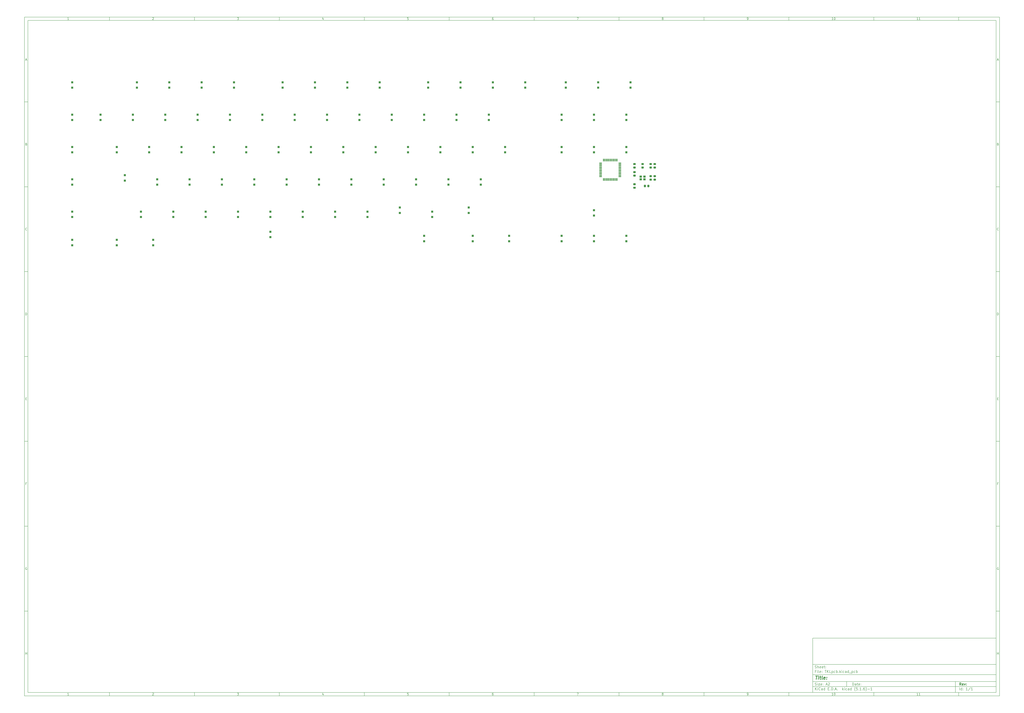
<source format=gbr>
%TF.GenerationSoftware,KiCad,Pcbnew,(5.1.6)-1*%
%TF.CreationDate,2020-07-25T19:19:23-04:00*%
%TF.ProjectId,TKLpcb,544b4c70-6362-42e6-9b69-6361645f7063,rev?*%
%TF.SameCoordinates,Original*%
%TF.FileFunction,Paste,Bot*%
%TF.FilePolarity,Positive*%
%FSLAX46Y46*%
G04 Gerber Fmt 4.6, Leading zero omitted, Abs format (unit mm)*
G04 Created by KiCad (PCBNEW (5.1.6)-1) date 2020-07-25 19:19:23*
%MOMM*%
%LPD*%
G01*
G04 APERTURE LIST*
%ADD10C,0.100000*%
%ADD11C,0.150000*%
%ADD12C,0.300000*%
%ADD13C,0.400000*%
%ADD14R,1.400000X1.200000*%
%ADD15R,0.550000X1.500000*%
%ADD16R,1.500000X0.550000*%
%ADD17R,1.200000X1.200000*%
G04 APERTURE END LIST*
D10*
D11*
X474004400Y-375989000D02*
X474004400Y-407989000D01*
X582004400Y-407989000D01*
X582004400Y-375989000D01*
X474004400Y-375989000D01*
D10*
D11*
X10000000Y-10000000D02*
X10000000Y-409989000D01*
X584004400Y-409989000D01*
X584004400Y-10000000D01*
X10000000Y-10000000D01*
D10*
D11*
X12000000Y-12000000D02*
X12000000Y-407989000D01*
X582004400Y-407989000D01*
X582004400Y-12000000D01*
X12000000Y-12000000D01*
D10*
D11*
X60000000Y-12000000D02*
X60000000Y-10000000D01*
D10*
D11*
X110000000Y-12000000D02*
X110000000Y-10000000D01*
D10*
D11*
X160000000Y-12000000D02*
X160000000Y-10000000D01*
D10*
D11*
X210000000Y-12000000D02*
X210000000Y-10000000D01*
D10*
D11*
X260000000Y-12000000D02*
X260000000Y-10000000D01*
D10*
D11*
X310000000Y-12000000D02*
X310000000Y-10000000D01*
D10*
D11*
X360000000Y-12000000D02*
X360000000Y-10000000D01*
D10*
D11*
X410000000Y-12000000D02*
X410000000Y-10000000D01*
D10*
D11*
X460000000Y-12000000D02*
X460000000Y-10000000D01*
D10*
D11*
X510000000Y-12000000D02*
X510000000Y-10000000D01*
D10*
D11*
X560000000Y-12000000D02*
X560000000Y-10000000D01*
D10*
D11*
X36065476Y-11588095D02*
X35322619Y-11588095D01*
X35694047Y-11588095D02*
X35694047Y-10288095D01*
X35570238Y-10473809D01*
X35446428Y-10597619D01*
X35322619Y-10659523D01*
D10*
D11*
X85322619Y-10411904D02*
X85384523Y-10350000D01*
X85508333Y-10288095D01*
X85817857Y-10288095D01*
X85941666Y-10350000D01*
X86003571Y-10411904D01*
X86065476Y-10535714D01*
X86065476Y-10659523D01*
X86003571Y-10845238D01*
X85260714Y-11588095D01*
X86065476Y-11588095D01*
D10*
D11*
X135260714Y-10288095D02*
X136065476Y-10288095D01*
X135632142Y-10783333D01*
X135817857Y-10783333D01*
X135941666Y-10845238D01*
X136003571Y-10907142D01*
X136065476Y-11030952D01*
X136065476Y-11340476D01*
X136003571Y-11464285D01*
X135941666Y-11526190D01*
X135817857Y-11588095D01*
X135446428Y-11588095D01*
X135322619Y-11526190D01*
X135260714Y-11464285D01*
D10*
D11*
X185941666Y-10721428D02*
X185941666Y-11588095D01*
X185632142Y-10226190D02*
X185322619Y-11154761D01*
X186127380Y-11154761D01*
D10*
D11*
X236003571Y-10288095D02*
X235384523Y-10288095D01*
X235322619Y-10907142D01*
X235384523Y-10845238D01*
X235508333Y-10783333D01*
X235817857Y-10783333D01*
X235941666Y-10845238D01*
X236003571Y-10907142D01*
X236065476Y-11030952D01*
X236065476Y-11340476D01*
X236003571Y-11464285D01*
X235941666Y-11526190D01*
X235817857Y-11588095D01*
X235508333Y-11588095D01*
X235384523Y-11526190D01*
X235322619Y-11464285D01*
D10*
D11*
X285941666Y-10288095D02*
X285694047Y-10288095D01*
X285570238Y-10350000D01*
X285508333Y-10411904D01*
X285384523Y-10597619D01*
X285322619Y-10845238D01*
X285322619Y-11340476D01*
X285384523Y-11464285D01*
X285446428Y-11526190D01*
X285570238Y-11588095D01*
X285817857Y-11588095D01*
X285941666Y-11526190D01*
X286003571Y-11464285D01*
X286065476Y-11340476D01*
X286065476Y-11030952D01*
X286003571Y-10907142D01*
X285941666Y-10845238D01*
X285817857Y-10783333D01*
X285570238Y-10783333D01*
X285446428Y-10845238D01*
X285384523Y-10907142D01*
X285322619Y-11030952D01*
D10*
D11*
X335260714Y-10288095D02*
X336127380Y-10288095D01*
X335570238Y-11588095D01*
D10*
D11*
X385570238Y-10845238D02*
X385446428Y-10783333D01*
X385384523Y-10721428D01*
X385322619Y-10597619D01*
X385322619Y-10535714D01*
X385384523Y-10411904D01*
X385446428Y-10350000D01*
X385570238Y-10288095D01*
X385817857Y-10288095D01*
X385941666Y-10350000D01*
X386003571Y-10411904D01*
X386065476Y-10535714D01*
X386065476Y-10597619D01*
X386003571Y-10721428D01*
X385941666Y-10783333D01*
X385817857Y-10845238D01*
X385570238Y-10845238D01*
X385446428Y-10907142D01*
X385384523Y-10969047D01*
X385322619Y-11092857D01*
X385322619Y-11340476D01*
X385384523Y-11464285D01*
X385446428Y-11526190D01*
X385570238Y-11588095D01*
X385817857Y-11588095D01*
X385941666Y-11526190D01*
X386003571Y-11464285D01*
X386065476Y-11340476D01*
X386065476Y-11092857D01*
X386003571Y-10969047D01*
X385941666Y-10907142D01*
X385817857Y-10845238D01*
D10*
D11*
X435446428Y-11588095D02*
X435694047Y-11588095D01*
X435817857Y-11526190D01*
X435879761Y-11464285D01*
X436003571Y-11278571D01*
X436065476Y-11030952D01*
X436065476Y-10535714D01*
X436003571Y-10411904D01*
X435941666Y-10350000D01*
X435817857Y-10288095D01*
X435570238Y-10288095D01*
X435446428Y-10350000D01*
X435384523Y-10411904D01*
X435322619Y-10535714D01*
X435322619Y-10845238D01*
X435384523Y-10969047D01*
X435446428Y-11030952D01*
X435570238Y-11092857D01*
X435817857Y-11092857D01*
X435941666Y-11030952D01*
X436003571Y-10969047D01*
X436065476Y-10845238D01*
D10*
D11*
X486065476Y-11588095D02*
X485322619Y-11588095D01*
X485694047Y-11588095D02*
X485694047Y-10288095D01*
X485570238Y-10473809D01*
X485446428Y-10597619D01*
X485322619Y-10659523D01*
X486870238Y-10288095D02*
X486994047Y-10288095D01*
X487117857Y-10350000D01*
X487179761Y-10411904D01*
X487241666Y-10535714D01*
X487303571Y-10783333D01*
X487303571Y-11092857D01*
X487241666Y-11340476D01*
X487179761Y-11464285D01*
X487117857Y-11526190D01*
X486994047Y-11588095D01*
X486870238Y-11588095D01*
X486746428Y-11526190D01*
X486684523Y-11464285D01*
X486622619Y-11340476D01*
X486560714Y-11092857D01*
X486560714Y-10783333D01*
X486622619Y-10535714D01*
X486684523Y-10411904D01*
X486746428Y-10350000D01*
X486870238Y-10288095D01*
D10*
D11*
X536065476Y-11588095D02*
X535322619Y-11588095D01*
X535694047Y-11588095D02*
X535694047Y-10288095D01*
X535570238Y-10473809D01*
X535446428Y-10597619D01*
X535322619Y-10659523D01*
X537303571Y-11588095D02*
X536560714Y-11588095D01*
X536932142Y-11588095D02*
X536932142Y-10288095D01*
X536808333Y-10473809D01*
X536684523Y-10597619D01*
X536560714Y-10659523D01*
D10*
D11*
X60000000Y-407989000D02*
X60000000Y-409989000D01*
D10*
D11*
X110000000Y-407989000D02*
X110000000Y-409989000D01*
D10*
D11*
X160000000Y-407989000D02*
X160000000Y-409989000D01*
D10*
D11*
X210000000Y-407989000D02*
X210000000Y-409989000D01*
D10*
D11*
X260000000Y-407989000D02*
X260000000Y-409989000D01*
D10*
D11*
X310000000Y-407989000D02*
X310000000Y-409989000D01*
D10*
D11*
X360000000Y-407989000D02*
X360000000Y-409989000D01*
D10*
D11*
X410000000Y-407989000D02*
X410000000Y-409989000D01*
D10*
D11*
X460000000Y-407989000D02*
X460000000Y-409989000D01*
D10*
D11*
X510000000Y-407989000D02*
X510000000Y-409989000D01*
D10*
D11*
X560000000Y-407989000D02*
X560000000Y-409989000D01*
D10*
D11*
X36065476Y-409577095D02*
X35322619Y-409577095D01*
X35694047Y-409577095D02*
X35694047Y-408277095D01*
X35570238Y-408462809D01*
X35446428Y-408586619D01*
X35322619Y-408648523D01*
D10*
D11*
X85322619Y-408400904D02*
X85384523Y-408339000D01*
X85508333Y-408277095D01*
X85817857Y-408277095D01*
X85941666Y-408339000D01*
X86003571Y-408400904D01*
X86065476Y-408524714D01*
X86065476Y-408648523D01*
X86003571Y-408834238D01*
X85260714Y-409577095D01*
X86065476Y-409577095D01*
D10*
D11*
X135260714Y-408277095D02*
X136065476Y-408277095D01*
X135632142Y-408772333D01*
X135817857Y-408772333D01*
X135941666Y-408834238D01*
X136003571Y-408896142D01*
X136065476Y-409019952D01*
X136065476Y-409329476D01*
X136003571Y-409453285D01*
X135941666Y-409515190D01*
X135817857Y-409577095D01*
X135446428Y-409577095D01*
X135322619Y-409515190D01*
X135260714Y-409453285D01*
D10*
D11*
X185941666Y-408710428D02*
X185941666Y-409577095D01*
X185632142Y-408215190D02*
X185322619Y-409143761D01*
X186127380Y-409143761D01*
D10*
D11*
X236003571Y-408277095D02*
X235384523Y-408277095D01*
X235322619Y-408896142D01*
X235384523Y-408834238D01*
X235508333Y-408772333D01*
X235817857Y-408772333D01*
X235941666Y-408834238D01*
X236003571Y-408896142D01*
X236065476Y-409019952D01*
X236065476Y-409329476D01*
X236003571Y-409453285D01*
X235941666Y-409515190D01*
X235817857Y-409577095D01*
X235508333Y-409577095D01*
X235384523Y-409515190D01*
X235322619Y-409453285D01*
D10*
D11*
X285941666Y-408277095D02*
X285694047Y-408277095D01*
X285570238Y-408339000D01*
X285508333Y-408400904D01*
X285384523Y-408586619D01*
X285322619Y-408834238D01*
X285322619Y-409329476D01*
X285384523Y-409453285D01*
X285446428Y-409515190D01*
X285570238Y-409577095D01*
X285817857Y-409577095D01*
X285941666Y-409515190D01*
X286003571Y-409453285D01*
X286065476Y-409329476D01*
X286065476Y-409019952D01*
X286003571Y-408896142D01*
X285941666Y-408834238D01*
X285817857Y-408772333D01*
X285570238Y-408772333D01*
X285446428Y-408834238D01*
X285384523Y-408896142D01*
X285322619Y-409019952D01*
D10*
D11*
X335260714Y-408277095D02*
X336127380Y-408277095D01*
X335570238Y-409577095D01*
D10*
D11*
X385570238Y-408834238D02*
X385446428Y-408772333D01*
X385384523Y-408710428D01*
X385322619Y-408586619D01*
X385322619Y-408524714D01*
X385384523Y-408400904D01*
X385446428Y-408339000D01*
X385570238Y-408277095D01*
X385817857Y-408277095D01*
X385941666Y-408339000D01*
X386003571Y-408400904D01*
X386065476Y-408524714D01*
X386065476Y-408586619D01*
X386003571Y-408710428D01*
X385941666Y-408772333D01*
X385817857Y-408834238D01*
X385570238Y-408834238D01*
X385446428Y-408896142D01*
X385384523Y-408958047D01*
X385322619Y-409081857D01*
X385322619Y-409329476D01*
X385384523Y-409453285D01*
X385446428Y-409515190D01*
X385570238Y-409577095D01*
X385817857Y-409577095D01*
X385941666Y-409515190D01*
X386003571Y-409453285D01*
X386065476Y-409329476D01*
X386065476Y-409081857D01*
X386003571Y-408958047D01*
X385941666Y-408896142D01*
X385817857Y-408834238D01*
D10*
D11*
X435446428Y-409577095D02*
X435694047Y-409577095D01*
X435817857Y-409515190D01*
X435879761Y-409453285D01*
X436003571Y-409267571D01*
X436065476Y-409019952D01*
X436065476Y-408524714D01*
X436003571Y-408400904D01*
X435941666Y-408339000D01*
X435817857Y-408277095D01*
X435570238Y-408277095D01*
X435446428Y-408339000D01*
X435384523Y-408400904D01*
X435322619Y-408524714D01*
X435322619Y-408834238D01*
X435384523Y-408958047D01*
X435446428Y-409019952D01*
X435570238Y-409081857D01*
X435817857Y-409081857D01*
X435941666Y-409019952D01*
X436003571Y-408958047D01*
X436065476Y-408834238D01*
D10*
D11*
X486065476Y-409577095D02*
X485322619Y-409577095D01*
X485694047Y-409577095D02*
X485694047Y-408277095D01*
X485570238Y-408462809D01*
X485446428Y-408586619D01*
X485322619Y-408648523D01*
X486870238Y-408277095D02*
X486994047Y-408277095D01*
X487117857Y-408339000D01*
X487179761Y-408400904D01*
X487241666Y-408524714D01*
X487303571Y-408772333D01*
X487303571Y-409081857D01*
X487241666Y-409329476D01*
X487179761Y-409453285D01*
X487117857Y-409515190D01*
X486994047Y-409577095D01*
X486870238Y-409577095D01*
X486746428Y-409515190D01*
X486684523Y-409453285D01*
X486622619Y-409329476D01*
X486560714Y-409081857D01*
X486560714Y-408772333D01*
X486622619Y-408524714D01*
X486684523Y-408400904D01*
X486746428Y-408339000D01*
X486870238Y-408277095D01*
D10*
D11*
X536065476Y-409577095D02*
X535322619Y-409577095D01*
X535694047Y-409577095D02*
X535694047Y-408277095D01*
X535570238Y-408462809D01*
X535446428Y-408586619D01*
X535322619Y-408648523D01*
X537303571Y-409577095D02*
X536560714Y-409577095D01*
X536932142Y-409577095D02*
X536932142Y-408277095D01*
X536808333Y-408462809D01*
X536684523Y-408586619D01*
X536560714Y-408648523D01*
D10*
D11*
X10000000Y-60000000D02*
X12000000Y-60000000D01*
D10*
D11*
X10000000Y-110000000D02*
X12000000Y-110000000D01*
D10*
D11*
X10000000Y-160000000D02*
X12000000Y-160000000D01*
D10*
D11*
X10000000Y-210000000D02*
X12000000Y-210000000D01*
D10*
D11*
X10000000Y-260000000D02*
X12000000Y-260000000D01*
D10*
D11*
X10000000Y-310000000D02*
X12000000Y-310000000D01*
D10*
D11*
X10000000Y-360000000D02*
X12000000Y-360000000D01*
D10*
D11*
X10690476Y-35216666D02*
X11309523Y-35216666D01*
X10566666Y-35588095D02*
X11000000Y-34288095D01*
X11433333Y-35588095D01*
D10*
D11*
X11092857Y-84907142D02*
X11278571Y-84969047D01*
X11340476Y-85030952D01*
X11402380Y-85154761D01*
X11402380Y-85340476D01*
X11340476Y-85464285D01*
X11278571Y-85526190D01*
X11154761Y-85588095D01*
X10659523Y-85588095D01*
X10659523Y-84288095D01*
X11092857Y-84288095D01*
X11216666Y-84350000D01*
X11278571Y-84411904D01*
X11340476Y-84535714D01*
X11340476Y-84659523D01*
X11278571Y-84783333D01*
X11216666Y-84845238D01*
X11092857Y-84907142D01*
X10659523Y-84907142D01*
D10*
D11*
X11402380Y-135464285D02*
X11340476Y-135526190D01*
X11154761Y-135588095D01*
X11030952Y-135588095D01*
X10845238Y-135526190D01*
X10721428Y-135402380D01*
X10659523Y-135278571D01*
X10597619Y-135030952D01*
X10597619Y-134845238D01*
X10659523Y-134597619D01*
X10721428Y-134473809D01*
X10845238Y-134350000D01*
X11030952Y-134288095D01*
X11154761Y-134288095D01*
X11340476Y-134350000D01*
X11402380Y-134411904D01*
D10*
D11*
X10659523Y-185588095D02*
X10659523Y-184288095D01*
X10969047Y-184288095D01*
X11154761Y-184350000D01*
X11278571Y-184473809D01*
X11340476Y-184597619D01*
X11402380Y-184845238D01*
X11402380Y-185030952D01*
X11340476Y-185278571D01*
X11278571Y-185402380D01*
X11154761Y-185526190D01*
X10969047Y-185588095D01*
X10659523Y-185588095D01*
D10*
D11*
X10721428Y-234907142D02*
X11154761Y-234907142D01*
X11340476Y-235588095D02*
X10721428Y-235588095D01*
X10721428Y-234288095D01*
X11340476Y-234288095D01*
D10*
D11*
X11185714Y-284907142D02*
X10752380Y-284907142D01*
X10752380Y-285588095D02*
X10752380Y-284288095D01*
X11371428Y-284288095D01*
D10*
D11*
X11340476Y-334350000D02*
X11216666Y-334288095D01*
X11030952Y-334288095D01*
X10845238Y-334350000D01*
X10721428Y-334473809D01*
X10659523Y-334597619D01*
X10597619Y-334845238D01*
X10597619Y-335030952D01*
X10659523Y-335278571D01*
X10721428Y-335402380D01*
X10845238Y-335526190D01*
X11030952Y-335588095D01*
X11154761Y-335588095D01*
X11340476Y-335526190D01*
X11402380Y-335464285D01*
X11402380Y-335030952D01*
X11154761Y-335030952D01*
D10*
D11*
X10628571Y-385588095D02*
X10628571Y-384288095D01*
X10628571Y-384907142D02*
X11371428Y-384907142D01*
X11371428Y-385588095D02*
X11371428Y-384288095D01*
D10*
D11*
X584004400Y-60000000D02*
X582004400Y-60000000D01*
D10*
D11*
X584004400Y-110000000D02*
X582004400Y-110000000D01*
D10*
D11*
X584004400Y-160000000D02*
X582004400Y-160000000D01*
D10*
D11*
X584004400Y-210000000D02*
X582004400Y-210000000D01*
D10*
D11*
X584004400Y-260000000D02*
X582004400Y-260000000D01*
D10*
D11*
X584004400Y-310000000D02*
X582004400Y-310000000D01*
D10*
D11*
X584004400Y-360000000D02*
X582004400Y-360000000D01*
D10*
D11*
X582694876Y-35216666D02*
X583313923Y-35216666D01*
X582571066Y-35588095D02*
X583004400Y-34288095D01*
X583437733Y-35588095D01*
D10*
D11*
X583097257Y-84907142D02*
X583282971Y-84969047D01*
X583344876Y-85030952D01*
X583406780Y-85154761D01*
X583406780Y-85340476D01*
X583344876Y-85464285D01*
X583282971Y-85526190D01*
X583159161Y-85588095D01*
X582663923Y-85588095D01*
X582663923Y-84288095D01*
X583097257Y-84288095D01*
X583221066Y-84350000D01*
X583282971Y-84411904D01*
X583344876Y-84535714D01*
X583344876Y-84659523D01*
X583282971Y-84783333D01*
X583221066Y-84845238D01*
X583097257Y-84907142D01*
X582663923Y-84907142D01*
D10*
D11*
X583406780Y-135464285D02*
X583344876Y-135526190D01*
X583159161Y-135588095D01*
X583035352Y-135588095D01*
X582849638Y-135526190D01*
X582725828Y-135402380D01*
X582663923Y-135278571D01*
X582602019Y-135030952D01*
X582602019Y-134845238D01*
X582663923Y-134597619D01*
X582725828Y-134473809D01*
X582849638Y-134350000D01*
X583035352Y-134288095D01*
X583159161Y-134288095D01*
X583344876Y-134350000D01*
X583406780Y-134411904D01*
D10*
D11*
X582663923Y-185588095D02*
X582663923Y-184288095D01*
X582973447Y-184288095D01*
X583159161Y-184350000D01*
X583282971Y-184473809D01*
X583344876Y-184597619D01*
X583406780Y-184845238D01*
X583406780Y-185030952D01*
X583344876Y-185278571D01*
X583282971Y-185402380D01*
X583159161Y-185526190D01*
X582973447Y-185588095D01*
X582663923Y-185588095D01*
D10*
D11*
X582725828Y-234907142D02*
X583159161Y-234907142D01*
X583344876Y-235588095D02*
X582725828Y-235588095D01*
X582725828Y-234288095D01*
X583344876Y-234288095D01*
D10*
D11*
X583190114Y-284907142D02*
X582756780Y-284907142D01*
X582756780Y-285588095D02*
X582756780Y-284288095D01*
X583375828Y-284288095D01*
D10*
D11*
X583344876Y-334350000D02*
X583221066Y-334288095D01*
X583035352Y-334288095D01*
X582849638Y-334350000D01*
X582725828Y-334473809D01*
X582663923Y-334597619D01*
X582602019Y-334845238D01*
X582602019Y-335030952D01*
X582663923Y-335278571D01*
X582725828Y-335402380D01*
X582849638Y-335526190D01*
X583035352Y-335588095D01*
X583159161Y-335588095D01*
X583344876Y-335526190D01*
X583406780Y-335464285D01*
X583406780Y-335030952D01*
X583159161Y-335030952D01*
D10*
D11*
X582632971Y-385588095D02*
X582632971Y-384288095D01*
X582632971Y-384907142D02*
X583375828Y-384907142D01*
X583375828Y-385588095D02*
X583375828Y-384288095D01*
D10*
D11*
X497436542Y-403767571D02*
X497436542Y-402267571D01*
X497793685Y-402267571D01*
X498007971Y-402339000D01*
X498150828Y-402481857D01*
X498222257Y-402624714D01*
X498293685Y-402910428D01*
X498293685Y-403124714D01*
X498222257Y-403410428D01*
X498150828Y-403553285D01*
X498007971Y-403696142D01*
X497793685Y-403767571D01*
X497436542Y-403767571D01*
X499579400Y-403767571D02*
X499579400Y-402981857D01*
X499507971Y-402839000D01*
X499365114Y-402767571D01*
X499079400Y-402767571D01*
X498936542Y-402839000D01*
X499579400Y-403696142D02*
X499436542Y-403767571D01*
X499079400Y-403767571D01*
X498936542Y-403696142D01*
X498865114Y-403553285D01*
X498865114Y-403410428D01*
X498936542Y-403267571D01*
X499079400Y-403196142D01*
X499436542Y-403196142D01*
X499579400Y-403124714D01*
X500079400Y-402767571D02*
X500650828Y-402767571D01*
X500293685Y-402267571D02*
X500293685Y-403553285D01*
X500365114Y-403696142D01*
X500507971Y-403767571D01*
X500650828Y-403767571D01*
X501722257Y-403696142D02*
X501579400Y-403767571D01*
X501293685Y-403767571D01*
X501150828Y-403696142D01*
X501079400Y-403553285D01*
X501079400Y-402981857D01*
X501150828Y-402839000D01*
X501293685Y-402767571D01*
X501579400Y-402767571D01*
X501722257Y-402839000D01*
X501793685Y-402981857D01*
X501793685Y-403124714D01*
X501079400Y-403267571D01*
X502436542Y-403624714D02*
X502507971Y-403696142D01*
X502436542Y-403767571D01*
X502365114Y-403696142D01*
X502436542Y-403624714D01*
X502436542Y-403767571D01*
X502436542Y-402839000D02*
X502507971Y-402910428D01*
X502436542Y-402981857D01*
X502365114Y-402910428D01*
X502436542Y-402839000D01*
X502436542Y-402981857D01*
D10*
D11*
X474004400Y-404489000D02*
X582004400Y-404489000D01*
D10*
D11*
X475436542Y-406567571D02*
X475436542Y-405067571D01*
X476293685Y-406567571D02*
X475650828Y-405710428D01*
X476293685Y-405067571D02*
X475436542Y-405924714D01*
X476936542Y-406567571D02*
X476936542Y-405567571D01*
X476936542Y-405067571D02*
X476865114Y-405139000D01*
X476936542Y-405210428D01*
X477007971Y-405139000D01*
X476936542Y-405067571D01*
X476936542Y-405210428D01*
X478507971Y-406424714D02*
X478436542Y-406496142D01*
X478222257Y-406567571D01*
X478079400Y-406567571D01*
X477865114Y-406496142D01*
X477722257Y-406353285D01*
X477650828Y-406210428D01*
X477579400Y-405924714D01*
X477579400Y-405710428D01*
X477650828Y-405424714D01*
X477722257Y-405281857D01*
X477865114Y-405139000D01*
X478079400Y-405067571D01*
X478222257Y-405067571D01*
X478436542Y-405139000D01*
X478507971Y-405210428D01*
X479793685Y-406567571D02*
X479793685Y-405781857D01*
X479722257Y-405639000D01*
X479579400Y-405567571D01*
X479293685Y-405567571D01*
X479150828Y-405639000D01*
X479793685Y-406496142D02*
X479650828Y-406567571D01*
X479293685Y-406567571D01*
X479150828Y-406496142D01*
X479079400Y-406353285D01*
X479079400Y-406210428D01*
X479150828Y-406067571D01*
X479293685Y-405996142D01*
X479650828Y-405996142D01*
X479793685Y-405924714D01*
X481150828Y-406567571D02*
X481150828Y-405067571D01*
X481150828Y-406496142D02*
X481007971Y-406567571D01*
X480722257Y-406567571D01*
X480579400Y-406496142D01*
X480507971Y-406424714D01*
X480436542Y-406281857D01*
X480436542Y-405853285D01*
X480507971Y-405710428D01*
X480579400Y-405639000D01*
X480722257Y-405567571D01*
X481007971Y-405567571D01*
X481150828Y-405639000D01*
X483007971Y-405781857D02*
X483507971Y-405781857D01*
X483722257Y-406567571D02*
X483007971Y-406567571D01*
X483007971Y-405067571D01*
X483722257Y-405067571D01*
X484365114Y-406424714D02*
X484436542Y-406496142D01*
X484365114Y-406567571D01*
X484293685Y-406496142D01*
X484365114Y-406424714D01*
X484365114Y-406567571D01*
X485079400Y-406567571D02*
X485079400Y-405067571D01*
X485436542Y-405067571D01*
X485650828Y-405139000D01*
X485793685Y-405281857D01*
X485865114Y-405424714D01*
X485936542Y-405710428D01*
X485936542Y-405924714D01*
X485865114Y-406210428D01*
X485793685Y-406353285D01*
X485650828Y-406496142D01*
X485436542Y-406567571D01*
X485079400Y-406567571D01*
X486579400Y-406424714D02*
X486650828Y-406496142D01*
X486579400Y-406567571D01*
X486507971Y-406496142D01*
X486579400Y-406424714D01*
X486579400Y-406567571D01*
X487222257Y-406139000D02*
X487936542Y-406139000D01*
X487079400Y-406567571D02*
X487579400Y-405067571D01*
X488079400Y-406567571D01*
X488579400Y-406424714D02*
X488650828Y-406496142D01*
X488579400Y-406567571D01*
X488507971Y-406496142D01*
X488579400Y-406424714D01*
X488579400Y-406567571D01*
X491579400Y-406567571D02*
X491579400Y-405067571D01*
X491722257Y-405996142D02*
X492150828Y-406567571D01*
X492150828Y-405567571D02*
X491579400Y-406139000D01*
X492793685Y-406567571D02*
X492793685Y-405567571D01*
X492793685Y-405067571D02*
X492722257Y-405139000D01*
X492793685Y-405210428D01*
X492865114Y-405139000D01*
X492793685Y-405067571D01*
X492793685Y-405210428D01*
X494150828Y-406496142D02*
X494007971Y-406567571D01*
X493722257Y-406567571D01*
X493579400Y-406496142D01*
X493507971Y-406424714D01*
X493436542Y-406281857D01*
X493436542Y-405853285D01*
X493507971Y-405710428D01*
X493579400Y-405639000D01*
X493722257Y-405567571D01*
X494007971Y-405567571D01*
X494150828Y-405639000D01*
X495436542Y-406567571D02*
X495436542Y-405781857D01*
X495365114Y-405639000D01*
X495222257Y-405567571D01*
X494936542Y-405567571D01*
X494793685Y-405639000D01*
X495436542Y-406496142D02*
X495293685Y-406567571D01*
X494936542Y-406567571D01*
X494793685Y-406496142D01*
X494722257Y-406353285D01*
X494722257Y-406210428D01*
X494793685Y-406067571D01*
X494936542Y-405996142D01*
X495293685Y-405996142D01*
X495436542Y-405924714D01*
X496793685Y-406567571D02*
X496793685Y-405067571D01*
X496793685Y-406496142D02*
X496650828Y-406567571D01*
X496365114Y-406567571D01*
X496222257Y-406496142D01*
X496150828Y-406424714D01*
X496079400Y-406281857D01*
X496079400Y-405853285D01*
X496150828Y-405710428D01*
X496222257Y-405639000D01*
X496365114Y-405567571D01*
X496650828Y-405567571D01*
X496793685Y-405639000D01*
X499079400Y-407139000D02*
X499007971Y-407067571D01*
X498865114Y-406853285D01*
X498793685Y-406710428D01*
X498722257Y-406496142D01*
X498650828Y-406139000D01*
X498650828Y-405853285D01*
X498722257Y-405496142D01*
X498793685Y-405281857D01*
X498865114Y-405139000D01*
X499007971Y-404924714D01*
X499079400Y-404853285D01*
X500365114Y-405067571D02*
X499650828Y-405067571D01*
X499579400Y-405781857D01*
X499650828Y-405710428D01*
X499793685Y-405639000D01*
X500150828Y-405639000D01*
X500293685Y-405710428D01*
X500365114Y-405781857D01*
X500436542Y-405924714D01*
X500436542Y-406281857D01*
X500365114Y-406424714D01*
X500293685Y-406496142D01*
X500150828Y-406567571D01*
X499793685Y-406567571D01*
X499650828Y-406496142D01*
X499579400Y-406424714D01*
X501079400Y-406424714D02*
X501150828Y-406496142D01*
X501079400Y-406567571D01*
X501007971Y-406496142D01*
X501079400Y-406424714D01*
X501079400Y-406567571D01*
X502579400Y-406567571D02*
X501722257Y-406567571D01*
X502150828Y-406567571D02*
X502150828Y-405067571D01*
X502007971Y-405281857D01*
X501865114Y-405424714D01*
X501722257Y-405496142D01*
X503222257Y-406424714D02*
X503293685Y-406496142D01*
X503222257Y-406567571D01*
X503150828Y-406496142D01*
X503222257Y-406424714D01*
X503222257Y-406567571D01*
X504579400Y-405067571D02*
X504293685Y-405067571D01*
X504150828Y-405139000D01*
X504079400Y-405210428D01*
X503936542Y-405424714D01*
X503865114Y-405710428D01*
X503865114Y-406281857D01*
X503936542Y-406424714D01*
X504007971Y-406496142D01*
X504150828Y-406567571D01*
X504436542Y-406567571D01*
X504579400Y-406496142D01*
X504650828Y-406424714D01*
X504722257Y-406281857D01*
X504722257Y-405924714D01*
X504650828Y-405781857D01*
X504579400Y-405710428D01*
X504436542Y-405639000D01*
X504150828Y-405639000D01*
X504007971Y-405710428D01*
X503936542Y-405781857D01*
X503865114Y-405924714D01*
X505222257Y-407139000D02*
X505293685Y-407067571D01*
X505436542Y-406853285D01*
X505507971Y-406710428D01*
X505579400Y-406496142D01*
X505650828Y-406139000D01*
X505650828Y-405853285D01*
X505579400Y-405496142D01*
X505507971Y-405281857D01*
X505436542Y-405139000D01*
X505293685Y-404924714D01*
X505222257Y-404853285D01*
X506365114Y-405996142D02*
X507507971Y-405996142D01*
X509007971Y-406567571D02*
X508150828Y-406567571D01*
X508579400Y-406567571D02*
X508579400Y-405067571D01*
X508436542Y-405281857D01*
X508293685Y-405424714D01*
X508150828Y-405496142D01*
D10*
D11*
X474004400Y-401489000D02*
X582004400Y-401489000D01*
D10*
D12*
X561413685Y-403767571D02*
X560913685Y-403053285D01*
X560556542Y-403767571D02*
X560556542Y-402267571D01*
X561127971Y-402267571D01*
X561270828Y-402339000D01*
X561342257Y-402410428D01*
X561413685Y-402553285D01*
X561413685Y-402767571D01*
X561342257Y-402910428D01*
X561270828Y-402981857D01*
X561127971Y-403053285D01*
X560556542Y-403053285D01*
X562627971Y-403696142D02*
X562485114Y-403767571D01*
X562199400Y-403767571D01*
X562056542Y-403696142D01*
X561985114Y-403553285D01*
X561985114Y-402981857D01*
X562056542Y-402839000D01*
X562199400Y-402767571D01*
X562485114Y-402767571D01*
X562627971Y-402839000D01*
X562699400Y-402981857D01*
X562699400Y-403124714D01*
X561985114Y-403267571D01*
X563199400Y-402767571D02*
X563556542Y-403767571D01*
X563913685Y-402767571D01*
X564485114Y-403624714D02*
X564556542Y-403696142D01*
X564485114Y-403767571D01*
X564413685Y-403696142D01*
X564485114Y-403624714D01*
X564485114Y-403767571D01*
X564485114Y-402839000D02*
X564556542Y-402910428D01*
X564485114Y-402981857D01*
X564413685Y-402910428D01*
X564485114Y-402839000D01*
X564485114Y-402981857D01*
D10*
D11*
X475365114Y-403696142D02*
X475579400Y-403767571D01*
X475936542Y-403767571D01*
X476079400Y-403696142D01*
X476150828Y-403624714D01*
X476222257Y-403481857D01*
X476222257Y-403339000D01*
X476150828Y-403196142D01*
X476079400Y-403124714D01*
X475936542Y-403053285D01*
X475650828Y-402981857D01*
X475507971Y-402910428D01*
X475436542Y-402839000D01*
X475365114Y-402696142D01*
X475365114Y-402553285D01*
X475436542Y-402410428D01*
X475507971Y-402339000D01*
X475650828Y-402267571D01*
X476007971Y-402267571D01*
X476222257Y-402339000D01*
X476865114Y-403767571D02*
X476865114Y-402767571D01*
X476865114Y-402267571D02*
X476793685Y-402339000D01*
X476865114Y-402410428D01*
X476936542Y-402339000D01*
X476865114Y-402267571D01*
X476865114Y-402410428D01*
X477436542Y-402767571D02*
X478222257Y-402767571D01*
X477436542Y-403767571D01*
X478222257Y-403767571D01*
X479365114Y-403696142D02*
X479222257Y-403767571D01*
X478936542Y-403767571D01*
X478793685Y-403696142D01*
X478722257Y-403553285D01*
X478722257Y-402981857D01*
X478793685Y-402839000D01*
X478936542Y-402767571D01*
X479222257Y-402767571D01*
X479365114Y-402839000D01*
X479436542Y-402981857D01*
X479436542Y-403124714D01*
X478722257Y-403267571D01*
X480079400Y-403624714D02*
X480150828Y-403696142D01*
X480079400Y-403767571D01*
X480007971Y-403696142D01*
X480079400Y-403624714D01*
X480079400Y-403767571D01*
X480079400Y-402839000D02*
X480150828Y-402910428D01*
X480079400Y-402981857D01*
X480007971Y-402910428D01*
X480079400Y-402839000D01*
X480079400Y-402981857D01*
X481865114Y-403339000D02*
X482579400Y-403339000D01*
X481722257Y-403767571D02*
X482222257Y-402267571D01*
X482722257Y-403767571D01*
X483150828Y-402410428D02*
X483222257Y-402339000D01*
X483365114Y-402267571D01*
X483722257Y-402267571D01*
X483865114Y-402339000D01*
X483936542Y-402410428D01*
X484007971Y-402553285D01*
X484007971Y-402696142D01*
X483936542Y-402910428D01*
X483079400Y-403767571D01*
X484007971Y-403767571D01*
D10*
D11*
X560436542Y-406567571D02*
X560436542Y-405067571D01*
X561793685Y-406567571D02*
X561793685Y-405067571D01*
X561793685Y-406496142D02*
X561650828Y-406567571D01*
X561365114Y-406567571D01*
X561222257Y-406496142D01*
X561150828Y-406424714D01*
X561079400Y-406281857D01*
X561079400Y-405853285D01*
X561150828Y-405710428D01*
X561222257Y-405639000D01*
X561365114Y-405567571D01*
X561650828Y-405567571D01*
X561793685Y-405639000D01*
X562507971Y-406424714D02*
X562579400Y-406496142D01*
X562507971Y-406567571D01*
X562436542Y-406496142D01*
X562507971Y-406424714D01*
X562507971Y-406567571D01*
X562507971Y-405639000D02*
X562579400Y-405710428D01*
X562507971Y-405781857D01*
X562436542Y-405710428D01*
X562507971Y-405639000D01*
X562507971Y-405781857D01*
X565150828Y-406567571D02*
X564293685Y-406567571D01*
X564722257Y-406567571D02*
X564722257Y-405067571D01*
X564579400Y-405281857D01*
X564436542Y-405424714D01*
X564293685Y-405496142D01*
X566865114Y-404996142D02*
X565579400Y-406924714D01*
X568150828Y-406567571D02*
X567293685Y-406567571D01*
X567722257Y-406567571D02*
X567722257Y-405067571D01*
X567579400Y-405281857D01*
X567436542Y-405424714D01*
X567293685Y-405496142D01*
D10*
D11*
X474004400Y-397489000D02*
X582004400Y-397489000D01*
D10*
D13*
X475716780Y-398193761D02*
X476859638Y-398193761D01*
X476038209Y-400193761D02*
X476288209Y-398193761D01*
X477276304Y-400193761D02*
X477442971Y-398860428D01*
X477526304Y-398193761D02*
X477419161Y-398289000D01*
X477502495Y-398384238D01*
X477609638Y-398289000D01*
X477526304Y-398193761D01*
X477502495Y-398384238D01*
X478109638Y-398860428D02*
X478871542Y-398860428D01*
X478478685Y-398193761D02*
X478264400Y-399908047D01*
X478335828Y-400098523D01*
X478514400Y-400193761D01*
X478704876Y-400193761D01*
X479657257Y-400193761D02*
X479478685Y-400098523D01*
X479407257Y-399908047D01*
X479621542Y-398193761D01*
X481192971Y-400098523D02*
X480990590Y-400193761D01*
X480609638Y-400193761D01*
X480431066Y-400098523D01*
X480359638Y-399908047D01*
X480454876Y-399146142D01*
X480573923Y-398955666D01*
X480776304Y-398860428D01*
X481157257Y-398860428D01*
X481335828Y-398955666D01*
X481407257Y-399146142D01*
X481383447Y-399336619D01*
X480407257Y-399527095D01*
X482157257Y-400003285D02*
X482240590Y-400098523D01*
X482133447Y-400193761D01*
X482050114Y-400098523D01*
X482157257Y-400003285D01*
X482133447Y-400193761D01*
X482288209Y-398955666D02*
X482371542Y-399050904D01*
X482264400Y-399146142D01*
X482181066Y-399050904D01*
X482288209Y-398955666D01*
X482264400Y-399146142D01*
D10*
D11*
X475936542Y-395581857D02*
X475436542Y-395581857D01*
X475436542Y-396367571D02*
X475436542Y-394867571D01*
X476150828Y-394867571D01*
X476722257Y-396367571D02*
X476722257Y-395367571D01*
X476722257Y-394867571D02*
X476650828Y-394939000D01*
X476722257Y-395010428D01*
X476793685Y-394939000D01*
X476722257Y-394867571D01*
X476722257Y-395010428D01*
X477650828Y-396367571D02*
X477507971Y-396296142D01*
X477436542Y-396153285D01*
X477436542Y-394867571D01*
X478793685Y-396296142D02*
X478650828Y-396367571D01*
X478365114Y-396367571D01*
X478222257Y-396296142D01*
X478150828Y-396153285D01*
X478150828Y-395581857D01*
X478222257Y-395439000D01*
X478365114Y-395367571D01*
X478650828Y-395367571D01*
X478793685Y-395439000D01*
X478865114Y-395581857D01*
X478865114Y-395724714D01*
X478150828Y-395867571D01*
X479507971Y-396224714D02*
X479579400Y-396296142D01*
X479507971Y-396367571D01*
X479436542Y-396296142D01*
X479507971Y-396224714D01*
X479507971Y-396367571D01*
X479507971Y-395439000D02*
X479579400Y-395510428D01*
X479507971Y-395581857D01*
X479436542Y-395510428D01*
X479507971Y-395439000D01*
X479507971Y-395581857D01*
X481150828Y-394867571D02*
X482007971Y-394867571D01*
X481579400Y-396367571D02*
X481579400Y-394867571D01*
X482507971Y-396367571D02*
X482507971Y-394867571D01*
X483365114Y-396367571D02*
X482722257Y-395510428D01*
X483365114Y-394867571D02*
X482507971Y-395724714D01*
X484722257Y-396367571D02*
X484007971Y-396367571D01*
X484007971Y-394867571D01*
X485222257Y-395367571D02*
X485222257Y-396867571D01*
X485222257Y-395439000D02*
X485365114Y-395367571D01*
X485650828Y-395367571D01*
X485793685Y-395439000D01*
X485865114Y-395510428D01*
X485936542Y-395653285D01*
X485936542Y-396081857D01*
X485865114Y-396224714D01*
X485793685Y-396296142D01*
X485650828Y-396367571D01*
X485365114Y-396367571D01*
X485222257Y-396296142D01*
X487222257Y-396296142D02*
X487079400Y-396367571D01*
X486793685Y-396367571D01*
X486650828Y-396296142D01*
X486579400Y-396224714D01*
X486507971Y-396081857D01*
X486507971Y-395653285D01*
X486579400Y-395510428D01*
X486650828Y-395439000D01*
X486793685Y-395367571D01*
X487079400Y-395367571D01*
X487222257Y-395439000D01*
X487865114Y-396367571D02*
X487865114Y-394867571D01*
X487865114Y-395439000D02*
X488007971Y-395367571D01*
X488293685Y-395367571D01*
X488436542Y-395439000D01*
X488507971Y-395510428D01*
X488579400Y-395653285D01*
X488579400Y-396081857D01*
X488507971Y-396224714D01*
X488436542Y-396296142D01*
X488293685Y-396367571D01*
X488007971Y-396367571D01*
X487865114Y-396296142D01*
X489222257Y-396224714D02*
X489293685Y-396296142D01*
X489222257Y-396367571D01*
X489150828Y-396296142D01*
X489222257Y-396224714D01*
X489222257Y-396367571D01*
X489936542Y-396367571D02*
X489936542Y-394867571D01*
X490079400Y-395796142D02*
X490507971Y-396367571D01*
X490507971Y-395367571D02*
X489936542Y-395939000D01*
X491150828Y-396367571D02*
X491150828Y-395367571D01*
X491150828Y-394867571D02*
X491079400Y-394939000D01*
X491150828Y-395010428D01*
X491222257Y-394939000D01*
X491150828Y-394867571D01*
X491150828Y-395010428D01*
X492507971Y-396296142D02*
X492365114Y-396367571D01*
X492079400Y-396367571D01*
X491936542Y-396296142D01*
X491865114Y-396224714D01*
X491793685Y-396081857D01*
X491793685Y-395653285D01*
X491865114Y-395510428D01*
X491936542Y-395439000D01*
X492079400Y-395367571D01*
X492365114Y-395367571D01*
X492507971Y-395439000D01*
X493793685Y-396367571D02*
X493793685Y-395581857D01*
X493722257Y-395439000D01*
X493579400Y-395367571D01*
X493293685Y-395367571D01*
X493150828Y-395439000D01*
X493793685Y-396296142D02*
X493650828Y-396367571D01*
X493293685Y-396367571D01*
X493150828Y-396296142D01*
X493079400Y-396153285D01*
X493079400Y-396010428D01*
X493150828Y-395867571D01*
X493293685Y-395796142D01*
X493650828Y-395796142D01*
X493793685Y-395724714D01*
X495150828Y-396367571D02*
X495150828Y-394867571D01*
X495150828Y-396296142D02*
X495007971Y-396367571D01*
X494722257Y-396367571D01*
X494579400Y-396296142D01*
X494507971Y-396224714D01*
X494436542Y-396081857D01*
X494436542Y-395653285D01*
X494507971Y-395510428D01*
X494579400Y-395439000D01*
X494722257Y-395367571D01*
X495007971Y-395367571D01*
X495150828Y-395439000D01*
X495507971Y-396510428D02*
X496650828Y-396510428D01*
X497007971Y-395367571D02*
X497007971Y-396867571D01*
X497007971Y-395439000D02*
X497150828Y-395367571D01*
X497436542Y-395367571D01*
X497579400Y-395439000D01*
X497650828Y-395510428D01*
X497722257Y-395653285D01*
X497722257Y-396081857D01*
X497650828Y-396224714D01*
X497579400Y-396296142D01*
X497436542Y-396367571D01*
X497150828Y-396367571D01*
X497007971Y-396296142D01*
X499007971Y-396296142D02*
X498865114Y-396367571D01*
X498579400Y-396367571D01*
X498436542Y-396296142D01*
X498365114Y-396224714D01*
X498293685Y-396081857D01*
X498293685Y-395653285D01*
X498365114Y-395510428D01*
X498436542Y-395439000D01*
X498579400Y-395367571D01*
X498865114Y-395367571D01*
X499007971Y-395439000D01*
X499650828Y-396367571D02*
X499650828Y-394867571D01*
X499650828Y-395439000D02*
X499793685Y-395367571D01*
X500079400Y-395367571D01*
X500222257Y-395439000D01*
X500293685Y-395510428D01*
X500365114Y-395653285D01*
X500365114Y-396081857D01*
X500293685Y-396224714D01*
X500222257Y-396296142D01*
X500079400Y-396367571D01*
X499793685Y-396367571D01*
X499650828Y-396296142D01*
D10*
D11*
X474004400Y-391489000D02*
X582004400Y-391489000D01*
D10*
D11*
X475365114Y-393596142D02*
X475579400Y-393667571D01*
X475936542Y-393667571D01*
X476079400Y-393596142D01*
X476150828Y-393524714D01*
X476222257Y-393381857D01*
X476222257Y-393239000D01*
X476150828Y-393096142D01*
X476079400Y-393024714D01*
X475936542Y-392953285D01*
X475650828Y-392881857D01*
X475507971Y-392810428D01*
X475436542Y-392739000D01*
X475365114Y-392596142D01*
X475365114Y-392453285D01*
X475436542Y-392310428D01*
X475507971Y-392239000D01*
X475650828Y-392167571D01*
X476007971Y-392167571D01*
X476222257Y-392239000D01*
X476865114Y-393667571D02*
X476865114Y-392167571D01*
X477507971Y-393667571D02*
X477507971Y-392881857D01*
X477436542Y-392739000D01*
X477293685Y-392667571D01*
X477079400Y-392667571D01*
X476936542Y-392739000D01*
X476865114Y-392810428D01*
X478793685Y-393596142D02*
X478650828Y-393667571D01*
X478365114Y-393667571D01*
X478222257Y-393596142D01*
X478150828Y-393453285D01*
X478150828Y-392881857D01*
X478222257Y-392739000D01*
X478365114Y-392667571D01*
X478650828Y-392667571D01*
X478793685Y-392739000D01*
X478865114Y-392881857D01*
X478865114Y-393024714D01*
X478150828Y-393167571D01*
X480079400Y-393596142D02*
X479936542Y-393667571D01*
X479650828Y-393667571D01*
X479507971Y-393596142D01*
X479436542Y-393453285D01*
X479436542Y-392881857D01*
X479507971Y-392739000D01*
X479650828Y-392667571D01*
X479936542Y-392667571D01*
X480079400Y-392739000D01*
X480150828Y-392881857D01*
X480150828Y-393024714D01*
X479436542Y-393167571D01*
X480579400Y-392667571D02*
X481150828Y-392667571D01*
X480793685Y-392167571D02*
X480793685Y-393453285D01*
X480865114Y-393596142D01*
X481007971Y-393667571D01*
X481150828Y-393667571D01*
X481650828Y-393524714D02*
X481722257Y-393596142D01*
X481650828Y-393667571D01*
X481579400Y-393596142D01*
X481650828Y-393524714D01*
X481650828Y-393667571D01*
X481650828Y-392739000D02*
X481722257Y-392810428D01*
X481650828Y-392881857D01*
X481579400Y-392810428D01*
X481650828Y-392739000D01*
X481650828Y-392881857D01*
D10*
D11*
X494004400Y-401489000D02*
X494004400Y-404489000D01*
D10*
D11*
X558004400Y-401489000D02*
X558004400Y-407989000D01*
%TO.C,R5*%
G36*
G01*
X380549999Y-98081200D02*
X381450001Y-98081200D01*
G75*
G02*
X381700000Y-98331199I0J-249999D01*
G01*
X381700000Y-98981201D01*
G75*
G02*
X381450001Y-99231200I-249999J0D01*
G01*
X380549999Y-99231200D01*
G75*
G02*
X380300000Y-98981201I0J249999D01*
G01*
X380300000Y-98331199D01*
G75*
G02*
X380549999Y-98081200I249999J0D01*
G01*
G37*
G36*
G01*
X380549999Y-96031200D02*
X381450001Y-96031200D01*
G75*
G02*
X381700000Y-96281199I0J-249999D01*
G01*
X381700000Y-96931201D01*
G75*
G02*
X381450001Y-97181200I-249999J0D01*
G01*
X380549999Y-97181200D01*
G75*
G02*
X380300000Y-96931201I0J249999D01*
G01*
X380300000Y-96281199D01*
G75*
G02*
X380549999Y-96031200I249999J0D01*
G01*
G37*
%TD*%
D14*
%TO.C,X1*%
X374956000Y-103975000D03*
X372756000Y-103975000D03*
X374956000Y-105575000D03*
X372756000Y-105575000D03*
%TD*%
D15*
%TO.C,U1*%
X350806000Y-105712000D03*
X351606000Y-105712000D03*
X352406000Y-105712000D03*
X353206000Y-105712000D03*
X354006000Y-105712000D03*
X354806000Y-105712000D03*
X355606000Y-105712000D03*
X356406000Y-105712000D03*
X357206000Y-105712000D03*
X358006000Y-105712000D03*
X358806000Y-105712000D03*
D16*
X360506000Y-104012000D03*
X360506000Y-103212000D03*
X360506000Y-102412000D03*
X360506000Y-101612000D03*
X360506000Y-100812000D03*
X360506000Y-100012000D03*
X360506000Y-99212000D03*
X360506000Y-98412000D03*
X360506000Y-97612000D03*
X360506000Y-96812000D03*
X360506000Y-96012000D03*
D15*
X358806000Y-94312000D03*
X358006000Y-94312000D03*
X357206000Y-94312000D03*
X356406000Y-94312000D03*
X355606000Y-94312000D03*
X354806000Y-94312000D03*
X354006000Y-94312000D03*
X353206000Y-94312000D03*
X352406000Y-94312000D03*
X351606000Y-94312000D03*
X350806000Y-94312000D03*
D16*
X349106000Y-96012000D03*
X349106000Y-96812000D03*
X349106000Y-97612000D03*
X349106000Y-98412000D03*
X349106000Y-99212000D03*
X349106000Y-100012000D03*
X349106000Y-100812000D03*
X349106000Y-101612000D03*
X349106000Y-102412000D03*
X349106000Y-103212000D03*
X349106000Y-104012000D03*
%TD*%
%TO.C,R6*%
G36*
G01*
X380549999Y-105225000D02*
X381450001Y-105225000D01*
G75*
G02*
X381700000Y-105474999I0J-249999D01*
G01*
X381700000Y-106125001D01*
G75*
G02*
X381450001Y-106375000I-249999J0D01*
G01*
X380549999Y-106375000D01*
G75*
G02*
X380300000Y-106125001I0J249999D01*
G01*
X380300000Y-105474999D01*
G75*
G02*
X380549999Y-105225000I249999J0D01*
G01*
G37*
G36*
G01*
X380549999Y-103175000D02*
X381450001Y-103175000D01*
G75*
G02*
X381700000Y-103424999I0J-249999D01*
G01*
X381700000Y-104075001D01*
G75*
G02*
X381450001Y-104325000I-249999J0D01*
G01*
X380549999Y-104325000D01*
G75*
G02*
X380300000Y-104075001I0J249999D01*
G01*
X380300000Y-103424999D01*
G75*
G02*
X380549999Y-103175000I249999J0D01*
G01*
G37*
%TD*%
%TO.C,R4*%
G36*
G01*
X378168999Y-98081200D02*
X379069001Y-98081200D01*
G75*
G02*
X379319000Y-98331199I0J-249999D01*
G01*
X379319000Y-98981201D01*
G75*
G02*
X379069001Y-99231200I-249999J0D01*
G01*
X378168999Y-99231200D01*
G75*
G02*
X377919000Y-98981201I0J249999D01*
G01*
X377919000Y-98331199D01*
G75*
G02*
X378168999Y-98081200I249999J0D01*
G01*
G37*
G36*
G01*
X378168999Y-96031200D02*
X379069001Y-96031200D01*
G75*
G02*
X379319000Y-96281199I0J-249999D01*
G01*
X379319000Y-96931201D01*
G75*
G02*
X379069001Y-97181200I-249999J0D01*
G01*
X378168999Y-97181200D01*
G75*
G02*
X377919000Y-96931201I0J249999D01*
G01*
X377919000Y-96281199D01*
G75*
G02*
X378168999Y-96031200I249999J0D01*
G01*
G37*
%TD*%
%TO.C,R3*%
G36*
G01*
X373405999Y-98081200D02*
X374306001Y-98081200D01*
G75*
G02*
X374556000Y-98331199I0J-249999D01*
G01*
X374556000Y-98981201D01*
G75*
G02*
X374306001Y-99231200I-249999J0D01*
G01*
X373405999Y-99231200D01*
G75*
G02*
X373156000Y-98981201I0J249999D01*
G01*
X373156000Y-98331199D01*
G75*
G02*
X373405999Y-98081200I249999J0D01*
G01*
G37*
G36*
G01*
X373405999Y-96031200D02*
X374306001Y-96031200D01*
G75*
G02*
X374556000Y-96281199I0J-249999D01*
G01*
X374556000Y-96931201D01*
G75*
G02*
X374306001Y-97181200I-249999J0D01*
G01*
X373405999Y-97181200D01*
G75*
G02*
X373156000Y-96931201I0J249999D01*
G01*
X373156000Y-96281199D01*
G75*
G02*
X373405999Y-96031200I249999J0D01*
G01*
G37*
%TD*%
%TO.C,R2*%
G36*
G01*
X368643999Y-109988000D02*
X369544001Y-109988000D01*
G75*
G02*
X369794000Y-110237999I0J-249999D01*
G01*
X369794000Y-110888001D01*
G75*
G02*
X369544001Y-111138000I-249999J0D01*
G01*
X368643999Y-111138000D01*
G75*
G02*
X368394000Y-110888001I0J249999D01*
G01*
X368394000Y-110237999D01*
G75*
G02*
X368643999Y-109988000I249999J0D01*
G01*
G37*
G36*
G01*
X368643999Y-107938000D02*
X369544001Y-107938000D01*
G75*
G02*
X369794000Y-108187999I0J-249999D01*
G01*
X369794000Y-108838001D01*
G75*
G02*
X369544001Y-109088000I-249999J0D01*
G01*
X368643999Y-109088000D01*
G75*
G02*
X368394000Y-108838001I0J249999D01*
G01*
X368394000Y-108187999D01*
G75*
G02*
X368643999Y-107938000I249999J0D01*
G01*
G37*
%TD*%
%TO.C,R1*%
G36*
G01*
X368643999Y-98081200D02*
X369544001Y-98081200D01*
G75*
G02*
X369794000Y-98331199I0J-249999D01*
G01*
X369794000Y-98981201D01*
G75*
G02*
X369544001Y-99231200I-249999J0D01*
G01*
X368643999Y-99231200D01*
G75*
G02*
X368394000Y-98981201I0J249999D01*
G01*
X368394000Y-98331199D01*
G75*
G02*
X368643999Y-98081200I249999J0D01*
G01*
G37*
G36*
G01*
X368643999Y-96031200D02*
X369544001Y-96031200D01*
G75*
G02*
X369794000Y-96281199I0J-249999D01*
G01*
X369794000Y-96931201D01*
G75*
G02*
X369544001Y-97181200I-249999J0D01*
G01*
X368643999Y-97181200D01*
G75*
G02*
X368394000Y-96931201I0J249999D01*
G01*
X368394000Y-96281199D01*
G75*
G02*
X368643999Y-96031200I249999J0D01*
G01*
G37*
%TD*%
D17*
%TO.C,D86*%
X364331000Y-138919000D03*
X364331000Y-142069000D03*
%TD*%
%TO.C,D50*%
X364331000Y-86531200D03*
X364331000Y-89681200D03*
%TD*%
%TO.C,D33*%
X364331000Y-67481200D03*
X364331000Y-70631200D03*
%TD*%
%TO.C,D16*%
X366712000Y-48431200D03*
X366712000Y-51581200D03*
%TD*%
%TO.C,D85*%
X345281000Y-138919000D03*
X345281000Y-142069000D03*
%TD*%
%TO.C,D76*%
X345281000Y-123825000D03*
X345281000Y-126975000D03*
%TD*%
%TO.C,D49*%
X345281000Y-86531200D03*
X345281000Y-89681200D03*
%TD*%
%TO.C,D32*%
X345281000Y-67481200D03*
X345281000Y-70631200D03*
%TD*%
%TO.C,D15*%
X347662000Y-48431200D03*
X347662000Y-51581200D03*
%TD*%
%TO.C,D84*%
X326231000Y-138919000D03*
X326231000Y-142069000D03*
%TD*%
%TO.C,D48*%
X326231000Y-86531200D03*
X326231000Y-89681200D03*
%TD*%
%TO.C,D31*%
X326231000Y-67481200D03*
X326231000Y-70631200D03*
%TD*%
%TO.C,D14*%
X328612000Y-48431200D03*
X328612000Y-51581200D03*
%TD*%
%TO.C,D47*%
X292894000Y-86531200D03*
X292894000Y-89681200D03*
%TD*%
%TO.C,D30*%
X283369000Y-67481200D03*
X283369000Y-70631200D03*
%TD*%
%TO.C,D83*%
X295275000Y-138919000D03*
X295275000Y-142069000D03*
%TD*%
%TO.C,D63*%
X278606000Y-105581000D03*
X278606000Y-108731000D03*
%TD*%
%TO.C,D46*%
X273844000Y-86531200D03*
X273844000Y-89681200D03*
%TD*%
%TO.C,D29*%
X264319000Y-67481200D03*
X264319000Y-70631200D03*
%TD*%
%TO.C,D13*%
X304800000Y-48431200D03*
X304800000Y-51581200D03*
%TD*%
%TO.C,D82*%
X273844000Y-138919000D03*
X273844000Y-142069000D03*
%TD*%
%TO.C,D81*%
X245269000Y-138919000D03*
X245269000Y-142069000D03*
%TD*%
%TO.C,D75*%
X271462000Y-122250000D03*
X271462000Y-125400000D03*
%TD*%
%TO.C,D62*%
X259556000Y-105581000D03*
X259556000Y-108731000D03*
%TD*%
%TO.C,D45*%
X254794000Y-86531200D03*
X254794000Y-89681200D03*
%TD*%
%TO.C,D28*%
X245269000Y-67481200D03*
X245269000Y-70631200D03*
%TD*%
%TO.C,D12*%
X285750000Y-48431200D03*
X285750000Y-51581200D03*
%TD*%
%TO.C,D74*%
X250031000Y-124631000D03*
X250031000Y-127781000D03*
%TD*%
%TO.C,D61*%
X240506000Y-105581000D03*
X240506000Y-108731000D03*
%TD*%
%TO.C,D44*%
X235744000Y-86531200D03*
X235744000Y-89681200D03*
%TD*%
%TO.C,D27*%
X226219000Y-67481200D03*
X226219000Y-70631200D03*
%TD*%
%TO.C,D11*%
X266700000Y-48431200D03*
X266700000Y-51581200D03*
%TD*%
%TO.C,D73*%
X230981000Y-122250000D03*
X230981000Y-125400000D03*
%TD*%
%TO.C,D60*%
X221456000Y-105581000D03*
X221456000Y-108731000D03*
%TD*%
%TO.C,D43*%
X216694000Y-86531200D03*
X216694000Y-89681200D03*
%TD*%
%TO.C,D26*%
X207169000Y-67481200D03*
X207169000Y-70631200D03*
%TD*%
%TO.C,D10*%
X247650000Y-48431200D03*
X247650000Y-51581200D03*
%TD*%
%TO.C,D72*%
X211931000Y-124631000D03*
X211931000Y-127781000D03*
%TD*%
%TO.C,D59*%
X202406000Y-105581000D03*
X202406000Y-108731000D03*
%TD*%
%TO.C,D42*%
X197644000Y-86531200D03*
X197644000Y-89681200D03*
%TD*%
%TO.C,D25*%
X188119000Y-67481200D03*
X188119000Y-70631200D03*
%TD*%
%TO.C,D9*%
X219075000Y-48431200D03*
X219075000Y-51581200D03*
%TD*%
%TO.C,D71*%
X192881000Y-124631000D03*
X192881000Y-127781000D03*
%TD*%
%TO.C,D58*%
X183356000Y-105581000D03*
X183356000Y-108731000D03*
%TD*%
%TO.C,D41*%
X178594000Y-86531200D03*
X178594000Y-89681200D03*
%TD*%
%TO.C,D24*%
X169069000Y-67481200D03*
X169069000Y-70631200D03*
%TD*%
%TO.C,D8*%
X200025000Y-48431200D03*
X200025000Y-51581200D03*
%TD*%
%TO.C,D80*%
X154781000Y-136537000D03*
X154781000Y-139687000D03*
%TD*%
%TO.C,D70*%
X173831000Y-124631000D03*
X173831000Y-127781000D03*
%TD*%
%TO.C,D57*%
X164306000Y-105581000D03*
X164306000Y-108731000D03*
%TD*%
%TO.C,D40*%
X159544000Y-86531200D03*
X159544000Y-89681200D03*
%TD*%
%TO.C,D23*%
X150019000Y-67481200D03*
X150019000Y-70631200D03*
%TD*%
%TO.C,D7*%
X180975000Y-48431200D03*
X180975000Y-51581200D03*
%TD*%
%TO.C,D69*%
X154781000Y-124631000D03*
X154781000Y-127781000D03*
%TD*%
%TO.C,D56*%
X145256000Y-105581000D03*
X145256000Y-108731000D03*
%TD*%
%TO.C,D39*%
X140494000Y-86531200D03*
X140494000Y-89681200D03*
%TD*%
%TO.C,D22*%
X130969000Y-67481200D03*
X130969000Y-70631200D03*
%TD*%
%TO.C,D6*%
X161925000Y-48431200D03*
X161925000Y-51581200D03*
%TD*%
%TO.C,D68*%
X135731000Y-124631000D03*
X135731000Y-127781000D03*
%TD*%
%TO.C,D55*%
X126206000Y-105581000D03*
X126206000Y-108731000D03*
%TD*%
%TO.C,D38*%
X121444000Y-86531200D03*
X121444000Y-89681200D03*
%TD*%
%TO.C,D21*%
X111919000Y-67481200D03*
X111919000Y-70631200D03*
%TD*%
%TO.C,D5*%
X133350000Y-48431200D03*
X133350000Y-51581200D03*
%TD*%
%TO.C,D67*%
X116681000Y-124631000D03*
X116681000Y-127781000D03*
%TD*%
%TO.C,D54*%
X107156000Y-105581000D03*
X107156000Y-108731000D03*
%TD*%
%TO.C,D37*%
X102394000Y-86531200D03*
X102394000Y-89681200D03*
%TD*%
%TO.C,D20*%
X92868800Y-67481200D03*
X92868800Y-70631200D03*
%TD*%
%TO.C,D4*%
X114300000Y-48431200D03*
X114300000Y-51581200D03*
%TD*%
%TO.C,D79*%
X85725000Y-141300000D03*
X85725000Y-144450000D03*
%TD*%
%TO.C,D66*%
X97631200Y-124631000D03*
X97631200Y-127781000D03*
%TD*%
%TO.C,D53*%
X88106200Y-105581000D03*
X88106200Y-108731000D03*
%TD*%
%TO.C,D36*%
X83343800Y-86531200D03*
X83343800Y-89681200D03*
%TD*%
%TO.C,D19*%
X73818800Y-67481200D03*
X73818800Y-70631200D03*
%TD*%
%TO.C,D3*%
X95250000Y-48431200D03*
X95250000Y-51581200D03*
%TD*%
%TO.C,D78*%
X64293800Y-141300000D03*
X64293800Y-144450000D03*
%TD*%
%TO.C,D65*%
X78581200Y-124631000D03*
X78581200Y-127781000D03*
%TD*%
%TO.C,D52*%
X69056200Y-103200000D03*
X69056200Y-106350000D03*
%TD*%
%TO.C,D35*%
X64293800Y-86531200D03*
X64293800Y-89681200D03*
%TD*%
%TO.C,D18*%
X54768800Y-67481200D03*
X54768800Y-70631200D03*
%TD*%
%TO.C,D2*%
X76200000Y-48431200D03*
X76200000Y-51581200D03*
%TD*%
%TO.C,D77*%
X38100000Y-141300000D03*
X38100000Y-144450000D03*
%TD*%
%TO.C,D64*%
X38100000Y-124631000D03*
X38100000Y-127781000D03*
%TD*%
%TO.C,D51*%
X38100000Y-105581000D03*
X38100000Y-108731000D03*
%TD*%
%TO.C,D34*%
X38100000Y-86531200D03*
X38100000Y-89681200D03*
%TD*%
%TO.C,D17*%
X38100000Y-67481200D03*
X38100000Y-70631200D03*
%TD*%
%TO.C,D1*%
X38100000Y-48431200D03*
X38100000Y-51581200D03*
%TD*%
%TO.C,C8*%
G36*
G01*
X368643999Y-102844000D02*
X369544001Y-102844000D01*
G75*
G02*
X369794000Y-103093999I0J-249999D01*
G01*
X369794000Y-103744001D01*
G75*
G02*
X369544001Y-103994000I-249999J0D01*
G01*
X368643999Y-103994000D01*
G75*
G02*
X368394000Y-103744001I0J249999D01*
G01*
X368394000Y-103093999D01*
G75*
G02*
X368643999Y-102844000I249999J0D01*
G01*
G37*
G36*
G01*
X368643999Y-100794000D02*
X369544001Y-100794000D01*
G75*
G02*
X369794000Y-101043999I0J-249999D01*
G01*
X369794000Y-101694001D01*
G75*
G02*
X369544001Y-101944000I-249999J0D01*
G01*
X368643999Y-101944000D01*
G75*
G02*
X368394000Y-101694001I0J249999D01*
G01*
X368394000Y-101043999D01*
G75*
G02*
X368643999Y-100794000I249999J0D01*
G01*
G37*
%TD*%
%TO.C,C7*%
G36*
G01*
X378168999Y-105225000D02*
X379069001Y-105225000D01*
G75*
G02*
X379319000Y-105474999I0J-249999D01*
G01*
X379319000Y-106125001D01*
G75*
G02*
X379069001Y-106375000I-249999J0D01*
G01*
X378168999Y-106375000D01*
G75*
G02*
X377919000Y-106125001I0J249999D01*
G01*
X377919000Y-105474999D01*
G75*
G02*
X378168999Y-105225000I249999J0D01*
G01*
G37*
G36*
G01*
X378168999Y-103175000D02*
X379069001Y-103175000D01*
G75*
G02*
X379319000Y-103424999I0J-249999D01*
G01*
X379319000Y-104075001D01*
G75*
G02*
X379069001Y-104325000I-249999J0D01*
G01*
X378168999Y-104325000D01*
G75*
G02*
X377919000Y-104075001I0J249999D01*
G01*
X377919000Y-103424999D01*
G75*
G02*
X378168999Y-103175000I249999J0D01*
G01*
G37*
%TD*%
%TO.C,C6*%
G36*
G01*
X376688000Y-109988001D02*
X376688000Y-109087999D01*
G75*
G02*
X376937999Y-108838000I249999J0D01*
G01*
X377588001Y-108838000D01*
G75*
G02*
X377838000Y-109087999I0J-249999D01*
G01*
X377838000Y-109988001D01*
G75*
G02*
X377588001Y-110238000I-249999J0D01*
G01*
X376937999Y-110238000D01*
G75*
G02*
X376688000Y-109988001I0J249999D01*
G01*
G37*
G36*
G01*
X374638000Y-109988001D02*
X374638000Y-109087999D01*
G75*
G02*
X374887999Y-108838000I249999J0D01*
G01*
X375538001Y-108838000D01*
G75*
G02*
X375788000Y-109087999I0J-249999D01*
G01*
X375788000Y-109988001D01*
G75*
G02*
X375538001Y-110238000I-249999J0D01*
G01*
X374887999Y-110238000D01*
G75*
G02*
X374638000Y-109988001I0J249999D01*
G01*
G37*
%TD*%
M02*

</source>
